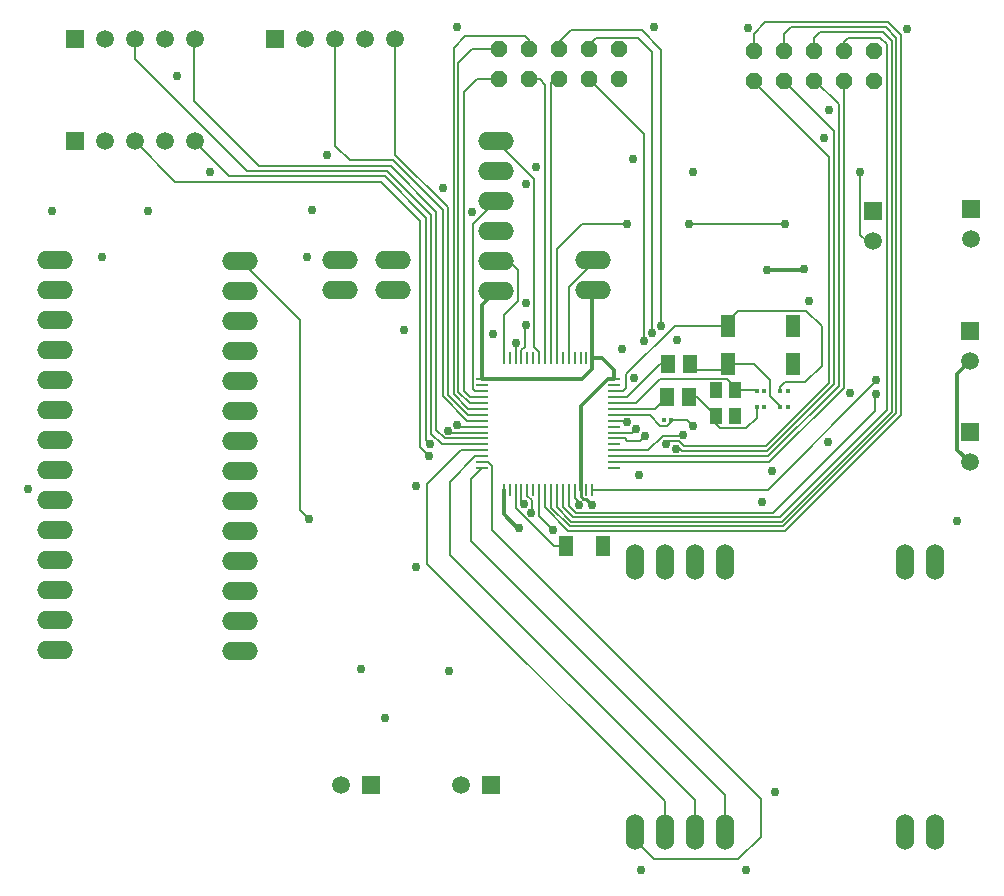
<source format=gbr>
%TF.GenerationSoftware,KiCad,Pcbnew,7.0.1*%
%TF.CreationDate,2023-09-15T11:15:50+09:00*%
%TF.ProjectId,_________,0a070658-9c5f-4cbd-9eef-2e6b69636164,rev?*%
%TF.SameCoordinates,Original*%
%TF.FileFunction,Copper,L2,Bot*%
%TF.FilePolarity,Positive*%
%FSLAX46Y46*%
G04 Gerber Fmt 4.6, Leading zero omitted, Abs format (unit mm)*
G04 Created by KiCad (PCBNEW 7.0.1) date 2023-09-15 11:15:50*
%MOMM*%
%LPD*%
G01*
G04 APERTURE LIST*
G04 Aperture macros list*
%AMOutline5P*
0 Free polygon, 5 corners , with rotation*
0 The origin of the aperture is its center*
0 number of corners: always 5*
0 $1 to $10 corner X, Y*
0 $11 Rotation angle, in degrees counterclockwise*
0 create outline with 5 corners*
4,1,5,$1,$2,$3,$4,$5,$6,$7,$8,$9,$10,$1,$2,$11*%
%AMOutline6P*
0 Free polygon, 6 corners , with rotation*
0 The origin of the aperture is its center*
0 number of corners: always 6*
0 $1 to $12 corner X, Y*
0 $13 Rotation angle, in degrees counterclockwise*
0 create outline with 6 corners*
4,1,6,$1,$2,$3,$4,$5,$6,$7,$8,$9,$10,$11,$12,$1,$2,$13*%
%AMOutline7P*
0 Free polygon, 7 corners , with rotation*
0 The origin of the aperture is its center*
0 number of corners: always 7*
0 $1 to $14 corner X, Y*
0 $15 Rotation angle, in degrees counterclockwise*
0 create outline with 7 corners*
4,1,7,$1,$2,$3,$4,$5,$6,$7,$8,$9,$10,$11,$12,$13,$14,$1,$2,$15*%
%AMOutline8P*
0 Free polygon, 8 corners , with rotation*
0 The origin of the aperture is its center*
0 number of corners: always 8*
0 $1 to $16 corner X, Y*
0 $17 Rotation angle, in degrees counterclockwise*
0 create outline with 8 corners*
4,1,8,$1,$2,$3,$4,$5,$6,$7,$8,$9,$10,$11,$12,$13,$14,$15,$16,$1,$2,$17*%
G04 Aperture macros list end*
%TA.AperFunction,SMDPad,CuDef*%
%ADD10R,0.350000X0.400000*%
%TD*%
%TA.AperFunction,ComponentPad*%
%ADD11R,1.508000X1.508000*%
%TD*%
%TA.AperFunction,ComponentPad*%
%ADD12C,1.508000*%
%TD*%
%TA.AperFunction,SMDPad,CuDef*%
%ADD13R,1.200000X1.700000*%
%TD*%
%TA.AperFunction,ComponentPad*%
%ADD14O,3.048000X1.524000*%
%TD*%
%TA.AperFunction,ComponentPad*%
%ADD15Outline8P,-0.711200X0.294589X-0.294589X0.711200X0.294589X0.711200X0.711200X0.294589X0.711200X-0.294589X0.294589X-0.711200X-0.294589X-0.711200X-0.711200X-0.294589X180.000000*%
%TD*%
%TA.AperFunction,SMDPad,CuDef*%
%ADD16R,1.300000X1.600000*%
%TD*%
%TA.AperFunction,SMDPad,CuDef*%
%ADD17R,0.270000X1.000000*%
%TD*%
%TA.AperFunction,SMDPad,CuDef*%
%ADD18R,1.000000X0.270000*%
%TD*%
%TA.AperFunction,SMDPad,CuDef*%
%ADD19R,1.300000X1.900000*%
%TD*%
%TA.AperFunction,SMDPad,CuDef*%
%ADD20R,1.100000X1.400000*%
%TD*%
%TA.AperFunction,ComponentPad*%
%ADD21O,1.524000X3.048000*%
%TD*%
%TA.AperFunction,ViaPad*%
%ADD22C,0.756400*%
%TD*%
%TA.AperFunction,Conductor*%
%ADD23C,0.200000*%
%TD*%
%TA.AperFunction,Conductor*%
%ADD24C,0.300000*%
%TD*%
%TA.AperFunction,Conductor*%
%ADD25C,0.250000*%
%TD*%
G04 APERTURE END LIST*
D10*
%TO.P,0.1\u03BC,2*%
%TO.N,SGND*%
X162076100Y-102753600D03*
%TO.P,0.1\u03BC,1*%
%TO.N,NRST*%
X162726100Y-102753600D03*
%TD*%
D11*
%TO.P,AZUSA_CTRL,1*%
%TO.N,PGND*%
X137281100Y-133683600D03*
D12*
%TO.P,AZUSA_CTRL,2*%
%TO.N,N$9*%
X134741100Y-133683600D03*
%TD*%
D10*
%TO.P,C1,2*%
%TO.N,N$3*%
X171976100Y-100253600D03*
%TO.P,C1,1*%
%TO.N,SGND*%
X172626100Y-100253600D03*
%TD*%
%TO.P,C2,2*%
%TO.N,N$1*%
X171976100Y-101653600D03*
%TO.P,C2,1*%
%TO.N,SGND*%
X172626100Y-101653600D03*
%TD*%
D13*
%TO.P,C5,2*%
%TO.N,SGND*%
X156981100Y-113383600D03*
%TO.P,C5,1*%
%TO.N,N$2*%
X153781100Y-113383600D03*
%TD*%
D10*
%TO.P,C3,2*%
%TO.N,N$4*%
X169976100Y-100253600D03*
%TO.P,C3,1*%
%TO.N,SGND*%
X170626100Y-100253600D03*
%TD*%
%TO.P,C4,2*%
%TO.N,N$5*%
X169976100Y-101653600D03*
%TO.P,C4,1*%
%TO.N,SGND*%
X170626100Y-101653600D03*
%TD*%
D11*
%TO.P,CTRL,1*%
%TO.N,PGND*%
X147491100Y-133683600D03*
D12*
%TO.P,CTRL,2*%
%TO.N,N$8*%
X144951100Y-133683600D03*
%TD*%
D11*
%TO.P,ENC1,1*%
%TO.N,SGND*%
X112221100Y-79153600D03*
D12*
%TO.P,ENC1,2*%
%TO.N,N/C*%
X114761100Y-79153600D03*
%TO.P,ENC1,3*%
%TO.N,EN1_A*%
X117301100Y-79153600D03*
%TO.P,ENC1,4*%
%TO.N,+5V*%
X119841100Y-79153600D03*
%TO.P,ENC1,5*%
%TO.N,EN1_B*%
X122381100Y-79153600D03*
%TD*%
D11*
%TO.P,ENC2,1*%
%TO.N,SGND*%
X112221100Y-70453600D03*
D12*
%TO.P,ENC2,2*%
%TO.N,N/C*%
X114761100Y-70453600D03*
%TO.P,ENC2,3*%
%TO.N,EN2_A*%
X117301100Y-70453600D03*
%TO.P,ENC2,4*%
%TO.N,+5V*%
X119841100Y-70453600D03*
%TO.P,ENC2,5*%
%TO.N,EN2_B*%
X122381100Y-70453600D03*
%TD*%
D11*
%TO.P,ENC3,1*%
%TO.N,SGND*%
X129221100Y-70453600D03*
D12*
%TO.P,ENC3,2*%
%TO.N,N/C*%
X131761100Y-70453600D03*
%TO.P,ENC3,3*%
%TO.N,EN3_A*%
X134301100Y-70453600D03*
%TO.P,ENC3,4*%
%TO.N,+5V*%
X136841100Y-70453600D03*
%TO.P,ENC3,5*%
%TO.N,EN3_B*%
X139381100Y-70453600D03*
%TD*%
D14*
%TO.P,BOOT,2*%
%TO.N,BOOT0*%
X156066100Y-89230000D03*
%TO.P,BOOT,1*%
%TO.N,+3V3*%
X156066100Y-91770000D03*
%TD*%
%TO.P,ST-LINK,6*%
%TO.N,SWO*%
X147901100Y-79093600D03*
%TO.P,ST-LINK,5*%
%TO.N,NRST*%
X147901100Y-81633600D03*
%TO.P,ST-LINK,4*%
%TO.N,SWDIO*%
X147901100Y-84173600D03*
%TO.P,ST-LINK,3*%
%TO.N,SGND*%
X147901100Y-86713600D03*
%TO.P,ST-LINK,2*%
%TO.N,SWCLK*%
X147901100Y-89253600D03*
%TO.P,ST-LINK,1*%
%TO.N,+3V3*%
X147901100Y-91793600D03*
%TD*%
D15*
%TO.P,ML1,10*%
%TO.N,PWM1*%
X169731100Y-74003600D03*
%TO.P,ML1,9*%
%TO.N,DIR1*%
X169731100Y-71463600D03*
%TO.P,ML1,8*%
%TO.N,PWM2*%
X172271100Y-74003600D03*
%TO.P,ML1,7*%
%TO.N,DIR2*%
X172271100Y-71463600D03*
%TO.P,ML1,6*%
%TO.N,PWM3*%
X174811100Y-74003600D03*
%TO.P,ML1,5*%
%TO.N,DIR3*%
X174811100Y-71463600D03*
%TO.P,ML1,4*%
%TO.N,PWM4*%
X177351100Y-74003600D03*
%TO.P,ML1,3*%
%TO.N,DIR4*%
X177351100Y-71463600D03*
%TO.P,ML1,2*%
%TO.N,+3V3*%
X179891100Y-74003600D03*
%TO.P,ML1,1*%
%TO.N,SGND*%
X179891100Y-71463600D03*
%TD*%
%TO.P,ML2,10*%
%TO.N,LED4*%
X148151100Y-73893600D03*
%TO.P,ML2,9*%
%TO.N,LED5*%
X148151100Y-71353600D03*
%TO.P,ML2,8*%
%TO.N,LED3*%
X150691100Y-73893600D03*
%TO.P,ML2,7*%
%TO.N,LED6*%
X150691100Y-71353600D03*
%TO.P,ML2,6*%
%TO.N,LED2*%
X153231100Y-73893600D03*
%TO.P,ML2,5*%
%TO.N,LED7*%
X153231100Y-71353600D03*
%TO.P,ML2,4*%
%TO.N,LED1*%
X155771100Y-73893600D03*
%TO.P,ML2,3*%
%TO.N,LED8*%
X155771100Y-71353600D03*
%TO.P,ML2,2*%
%TO.N,+5V*%
X158311100Y-73893600D03*
%TO.P,ML2,1*%
%TO.N,SGND*%
X158311100Y-71353600D03*
%TD*%
D16*
%TO.P,R2,2*%
%TO.N,N$1*%
X164351100Y-98033600D03*
%TO.P,R2,1*%
%TO.N,N$7*%
X162451100Y-98033600D03*
%TD*%
%TO.P,R3,2*%
%TO.N,N$5*%
X164251100Y-100823600D03*
%TO.P,R3,1*%
%TO.N,N$6*%
X162351100Y-100823600D03*
%TD*%
D17*
%TO.P,U$1,VDD4*%
%TO.N,+3V3*%
X156051100Y-97453600D03*
%TO.P,U$1,VSS4*%
%TO.N,SGND*%
X155551100Y-97453600D03*
%TO.P,U$1,PB9*%
%TO.N,N/C*%
X155051100Y-97453600D03*
%TO.P,U$1,PB8*%
X154551100Y-97453600D03*
%TO.P,U$1,BOOT0*%
%TO.N,BOOT0*%
X154051100Y-97453600D03*
%TO.P,U$1,PB7*%
%TO.N,N/C*%
X153551100Y-97453600D03*
%TO.P,U$1,PB6*%
%TO.N,PWM2_SERVO*%
X153051100Y-97453600D03*
%TO.P,U$1,PB5*%
%TO.N,LED2*%
X152551100Y-97453600D03*
%TO.P,U$1,PB4*%
%TO.N,LED3*%
X152051100Y-97453600D03*
%TO.P,U$1,PB3*%
%TO.N,SWO*%
X151551100Y-97453600D03*
%TO.P,U$1,PD2*%
%TO.N,N/C*%
X151051100Y-97453600D03*
%TO.P,U$1,PC12*%
X150551100Y-97453600D03*
%TO.P,U$1,PC11*%
%TO.N,UART_RX*%
X150051100Y-97453600D03*
%TO.P,U$1,PC10*%
%TO.N,UART_TX*%
X149551100Y-97453600D03*
%TO.P,U$1,PA15*%
%TO.N,N/C*%
X149051100Y-97453600D03*
%TO.P,U$1,PA14*%
%TO.N,SWCLK*%
X148551100Y-97453600D03*
D18*
%TO.P,U$1,VDD3*%
%TO.N,+3V3*%
X146701100Y-99303600D03*
%TO.P,U$1,VSS3*%
%TO.N,SGND*%
X146701100Y-99803600D03*
%TO.P,U$1,PA13*%
%TO.N,SWDIO*%
X146701100Y-100303600D03*
%TO.P,U$1,PA12*%
%TO.N,LED4*%
X146701100Y-100803600D03*
%TO.P,U$1,PA11*%
%TO.N,LED5*%
X146701100Y-101303600D03*
%TO.P,U$1,PA10*%
%TO.N,LED6*%
X146701100Y-101803600D03*
%TO.P,U$1,PA9*%
%TO.N,EN3_B*%
X146701100Y-102303600D03*
%TO.P,U$1,PA8*%
%TO.N,EN3_A*%
X146701100Y-102803600D03*
%TO.P,U$1,PC9*%
%TO.N,PWM1*%
X146701100Y-103303600D03*
%TO.P,U$1,PC8*%
%TO.N,PWM2*%
X146701100Y-103803600D03*
%TO.P,U$1,PC7*%
%TO.N,EN2_B*%
X146701100Y-104303600D03*
%TO.P,U$1,PC6*%
%TO.N,EN2_A*%
X146701100Y-104803600D03*
%TO.P,U$1,PB15*%
%TO.N,MOSI*%
X146701100Y-105303600D03*
%TO.P,U$1,PB14*%
%TO.N,MISO*%
X146701100Y-105803600D03*
%TO.P,U$1,PB13*%
%TO.N,SCK*%
X146701100Y-106303600D03*
%TO.P,U$1,PB12*%
%TO.N,CS*%
X146701100Y-106803600D03*
D17*
%TO.P,U$1,VDD2*%
%TO.N,+3V3*%
X148551100Y-108653600D03*
%TO.P,U$1,VSS2*%
%TO.N,SGND*%
X149051100Y-108653600D03*
%TO.P,U$1,VCAP_1*%
%TO.N,N$2*%
X149551100Y-108653600D03*
%TO.P,U$1,PA3*%
%TO.N,NO1*%
X156051100Y-108653600D03*
%TO.P,U$1,PB10*%
%TO.N,EN1_B*%
X150051100Y-108653600D03*
%TO.P,U$1,PB2*%
%TO.N,EN1_A*%
X150551100Y-108653600D03*
%TO.P,U$1,PB1*%
%TO.N,N/C*%
X151051100Y-108653600D03*
%TO.P,U$1,PB0*%
%TO.N,PWM1_SERVO*%
X151551100Y-108653600D03*
%TO.P,U$1,PC5*%
%TO.N,DIR1*%
X152051100Y-108653600D03*
%TO.P,U$1,PC4*%
%TO.N,DIR2*%
X152551100Y-108653600D03*
%TO.P,U$1,PA7*%
%TO.N,DIR3*%
X153051100Y-108653600D03*
%TO.P,U$1,PA6*%
%TO.N,DIR4*%
X153551100Y-108653600D03*
%TO.P,U$1,PA5*%
%TO.N,NO2*%
X154051100Y-108653600D03*
%TO.P,U$1,PA4*%
%TO.N,COM_LED*%
X154551100Y-108653600D03*
%TO.P,U$1,VDD1*%
%TO.N,+3V3*%
X155051100Y-108653600D03*
%TO.P,U$1,VSS1*%
%TO.N,SGND*%
X155551100Y-108653600D03*
D18*
%TO.P,U$1,PA2*%
%TO.N,N/C*%
X157901100Y-106803600D03*
%TO.P,U$1,PA1*%
%TO.N,PWM4*%
X157901100Y-106303600D03*
%TO.P,U$1,PA0*%
%TO.N,PWM3*%
X157901100Y-105803600D03*
%TO.P,U$1,VDDA/VREF+*%
%TO.N,N$46*%
X157901100Y-105303600D03*
%TO.P,U$1,VSSA/VREF-*%
%TO.N,SGND*%
X157901100Y-104803600D03*
%TO.P,U$1,PC3*%
%TO.N,LED7*%
X157901100Y-104303600D03*
%TO.P,U$1,PC2*%
%TO.N,LED8*%
X157901100Y-103803600D03*
%TO.P,U$1,PC1*%
%TO.N,N/C*%
X157901100Y-103303600D03*
%TO.P,U$1,PC13*%
X157901100Y-99803600D03*
%TO.P,U$1,PC14-OSC32_IN*%
%TO.N,N$3*%
X157901100Y-100303600D03*
%TO.P,U$1,PC15-OSC32_OUT*%
%TO.N,N$7*%
X157901100Y-100803600D03*
%TO.P,U$1,PH0-OSC_IN*%
%TO.N,N$4*%
X157901100Y-101303600D03*
%TO.P,U$1,PH1-OSC_OUT*%
%TO.N,N$6*%
X157901100Y-101803600D03*
%TO.P,U$1,NRST*%
%TO.N,NRST*%
X157901100Y-102303600D03*
%TO.P,U$1,PC0*%
%TO.N,LED1*%
X157901100Y-102803600D03*
%TO.P,U$1,VBAT*%
%TO.N,+3V3*%
X157901100Y-99303600D03*
%TD*%
D19*
%TO.P,X1,4*%
%TO.N,N$1*%
X167551100Y-97983600D03*
%TO.P,X1,3*%
%TO.N,N/C*%
X173051100Y-97983600D03*
%TO.P,X1,2*%
X173051100Y-94783600D03*
%TO.P,X1,1*%
%TO.N,N$3*%
X167551100Y-94783600D03*
%TD*%
D20*
%TO.P,X2,3*%
%TO.N,N$5*%
X166501100Y-102423600D03*
%TO.P,X2,4*%
%TO.N,SGND*%
X166501100Y-100223600D03*
%TO.P,X2,2*%
X168101100Y-102423600D03*
%TO.P,X2,1*%
%TO.N,N$4*%
X168101100Y-100223600D03*
%TD*%
D14*
%TO.P,TWE_LEFT,14*%
%TO.N,N/C*%
X110539100Y-122242600D03*
%TO.P,TWE_LEFT,13*%
X110539100Y-119702600D03*
%TO.P,TWE_LEFT,12*%
X110539100Y-117162600D03*
%TO.P,TWE_LEFT,11*%
X110539100Y-114622600D03*
%TO.P,TWE_LEFT,10*%
%TO.N,RX*%
X110539100Y-112082600D03*
%TO.P,TWE_LEFT,9*%
%TO.N,N/C*%
X110539100Y-109542600D03*
%TO.P,TWE_LEFT,8*%
X110539100Y-107002600D03*
%TO.P,TWE_LEFT,7*%
X110539100Y-104462600D03*
%TO.P,TWE_LEFT,6*%
X110539100Y-101922600D03*
%TO.P,TWE_LEFT,5*%
X110539100Y-99382600D03*
%TO.P,TWE_LEFT,4*%
X110539100Y-96842600D03*
%TO.P,TWE_LEFT,3*%
%TO.N,TX*%
X110539100Y-94302600D03*
%TO.P,TWE_LEFT,2*%
%TO.N,N/C*%
X110539100Y-91762600D03*
%TO.P,TWE_LEFT,1*%
%TO.N,SGND*%
X110539100Y-89222600D03*
%TD*%
%TO.P,TWE_RIGHT,14*%
%TO.N,COM_LED2*%
X126191100Y-122263600D03*
%TO.P,TWE_RIGHT,13*%
%TO.N,N/C*%
X126191100Y-119723600D03*
%TO.P,TWE_RIGHT,12*%
X126191100Y-117183600D03*
%TO.P,TWE_RIGHT,11*%
X126191100Y-114643600D03*
%TO.P,TWE_RIGHT,10*%
X126191100Y-112103600D03*
%TO.P,TWE_RIGHT,9*%
X126191100Y-109563600D03*
%TO.P,TWE_RIGHT,8*%
X126191100Y-107023600D03*
%TO.P,TWE_RIGHT,7*%
X126191100Y-104483600D03*
%TO.P,TWE_RIGHT,6*%
X126191100Y-101943600D03*
%TO.P,TWE_RIGHT,5*%
X126191100Y-99403600D03*
%TO.P,TWE_RIGHT,4*%
X126191100Y-96863600D03*
%TO.P,TWE_RIGHT,3*%
X126191100Y-94323600D03*
%TO.P,TWE_RIGHT,2*%
X126191100Y-91783600D03*
%TO.P,TWE_RIGHT,1*%
%TO.N,+3V3*%
X126191100Y-89243600D03*
%TD*%
%TO.P,PIN_SOCKET1,2*%
%TO.N,RX*%
X139181100Y-89203600D03*
%TO.P,PIN_SOCKET1,1*%
%TO.N,UART_RX*%
X139181100Y-91743600D03*
%TD*%
%TO.P,PIN_SOCKET2,2*%
%TO.N,TX*%
X134711100Y-89203600D03*
%TO.P,PIN_SOCKET2,1*%
%TO.N,UART_TX*%
X134711100Y-91743600D03*
%TD*%
D11*
%TO.P,DOWN,1*%
%TO.N,NO2*%
X188001100Y-103783600D03*
D12*
%TO.P,DOWN,2*%
%TO.N,+3V3*%
X188001100Y-106323600D03*
%TD*%
D11*
%TO.P,UP,1*%
%TO.N,NO1*%
X188001100Y-95183600D03*
D12*
%TO.P,UP,2*%
%TO.N,+3V3*%
X188001100Y-97723600D03*
%TD*%
D21*
%TO.P,LEFT_U,2*%
%TO.N,SGND*%
X182512100Y-114760600D03*
%TO.P,LEFT_U,1*%
X185052100Y-114760600D03*
%TD*%
%TO.P,RIGHT_U,2*%
%TO.N,SGND*%
X182524100Y-137611600D03*
%TO.P,RIGHT_U,1*%
X185064100Y-137611600D03*
%TD*%
%TO.P,LEFT_D,4*%
%TO.N,+5V*%
X159681100Y-114738600D03*
%TO.P,LEFT_D,3*%
%TO.N,COM_LED*%
X162221100Y-114738600D03*
%TO.P,LEFT_D,2*%
%TO.N,N/C*%
X164761100Y-114738600D03*
%TO.P,LEFT_D,1*%
%TO.N,SGND*%
X167301100Y-114738600D03*
%TD*%
%TO.P,RIGHT_D,4*%
%TO.N,SCK*%
X159652100Y-137596600D03*
%TO.P,RIGHT_D,3*%
%TO.N,MOSI*%
X162192100Y-137596600D03*
%TO.P,RIGHT_D,2*%
%TO.N,MISO*%
X164732100Y-137596600D03*
%TO.P,RIGHT_D,1*%
%TO.N,CS*%
X167272100Y-137596600D03*
%TD*%
D11*
%TO.P,AZUSA_CON1,1*%
%TO.N,SGND*%
X188101100Y-84883600D03*
D12*
%TO.P,AZUSA_CON1,2*%
%TO.N,PWM1_SERVO*%
X188101100Y-87423600D03*
%TD*%
D11*
%TO.P,AZUSA_CON2,1*%
%TO.N,SGND*%
X179801100Y-85083600D03*
D12*
%TO.P,AZUSA_CON2,2*%
%TO.N,PWM2_SERVO*%
X179801100Y-87623600D03*
%TD*%
D22*
%TO.N,SGND*%
X133550000Y-80300000D03*
%TO.N,PWM1_SERVO*%
X152701100Y-112053600D03*
%TO.N,PWM2_SERVO*%
X178701100Y-81744800D03*
X172401100Y-86153600D03*
X164201100Y-86153600D03*
X159001100Y-86153600D03*
%TO.N,N$46*%
X163726100Y-103996600D03*
%TO.N,NO1*%
X180101100Y-99353600D03*
%TO.N,NO2*%
X180101100Y-100553600D03*
%TO.N,PWM1*%
X162246462Y-104742400D03*
X144601100Y-103153600D03*
%TO.N,LED8*%
X161131700Y-95353600D03*
X159712481Y-103483982D03*
%TO.N,LED7*%
X161901100Y-94753600D03*
X160488100Y-104070600D03*
%TO.N,LED1*%
X160401100Y-96053600D03*
X158966937Y-102934200D03*
%TO.N,+3V3*%
X173995787Y-89992200D03*
X170801100Y-90053600D03*
X132101100Y-111153600D03*
X149801100Y-111853600D03*
X156001100Y-109953600D03*
%TO.N,UART_RX*%
X150401100Y-94653600D03*
%TO.N,UART_TX*%
X149554700Y-96253600D03*
%TO.N,COM_LED*%
X154891100Y-109950600D03*
%TO.N,PWM2*%
X163101100Y-105173000D03*
X143801100Y-103673000D03*
%TO.N,EN1_B*%
X150251700Y-109854582D03*
X142301100Y-104753600D03*
%TO.N,EN1_A*%
X150894100Y-110570600D03*
X142201100Y-105753600D03*
%TO.N,SGND*%
X175998815Y-104598561D03*
X158601100Y-96753600D03*
X160001100Y-107353600D03*
X159500000Y-80600000D03*
X186950000Y-111250000D03*
X108301100Y-108553600D03*
X169101100Y-140853600D03*
X160201100Y-140853600D03*
X171501100Y-134253600D03*
X141101100Y-108353600D03*
X141101100Y-115153600D03*
X132301100Y-84953600D03*
X169201100Y-69553600D03*
X170401100Y-109653600D03*
X143401100Y-83053600D03*
X182701100Y-69653600D03*
X161301100Y-69453600D03*
X131901100Y-88953600D03*
X140101100Y-95153600D03*
X147601100Y-95453600D03*
X110301100Y-85053600D03*
X114500000Y-88900000D03*
X118401100Y-85053600D03*
X171301100Y-107053600D03*
X177901100Y-100453600D03*
X163201100Y-95953600D03*
X150401100Y-82753600D03*
X151301100Y-81353600D03*
X150401100Y-92853600D03*
X145901100Y-85153600D03*
X138501100Y-127953600D03*
X136501100Y-123853600D03*
X143901100Y-123953600D03*
X123701100Y-81753600D03*
X144601100Y-69453600D03*
X159600000Y-99200000D03*
X175701100Y-78853600D03*
X176101100Y-76453600D03*
X120901100Y-73653600D03*
X174401100Y-92653600D03*
X164601100Y-81753600D03*
%TO.N,NRST*%
X164536250Y-103263750D03*
%TD*%
D23*
%TO.N,PWM2_SERVO*%
X172401100Y-86153600D02*
X164201100Y-86153600D01*
%TO.N,NO2*%
X154052700Y-108655200D02*
X154052700Y-110038957D01*
X154051100Y-108653600D02*
X154052700Y-108655200D01*
X154052700Y-110038957D02*
X154652343Y-110638600D01*
X171316100Y-110638600D02*
X180001100Y-101953600D01*
X154652343Y-110638600D02*
X171316100Y-110638600D01*
X180001100Y-100653600D02*
X180001100Y-101953600D01*
X180101100Y-100553600D02*
X180001100Y-100653600D01*
%TO.N,PWM2_SERVO*%
X155177518Y-86153600D02*
X159001100Y-86153600D01*
X153063700Y-97441000D02*
X153063700Y-88267419D01*
X153063700Y-88267419D02*
X155177518Y-86153600D01*
X153051100Y-97453600D02*
X153063700Y-97441000D01*
%TO.N,NRST*%
X164026100Y-102753600D02*
X162726100Y-102753600D01*
X164536250Y-103263750D02*
X164026100Y-102753600D01*
%TO.N,DIR2*%
X172271100Y-70044400D02*
X172271100Y-71463600D01*
X172831500Y-69484000D02*
X172271100Y-70044400D01*
X180893612Y-69484000D02*
X172831500Y-69484000D01*
X181801100Y-70391488D02*
X180893612Y-69484000D01*
X181801100Y-102151968D02*
X181801100Y-70391488D01*
X172223468Y-111729600D02*
X181801100Y-102151968D01*
X152551100Y-110147863D02*
X154132837Y-111729600D01*
X154132837Y-111729600D02*
X172223468Y-111729600D01*
X152551100Y-108653600D02*
X152551100Y-110147863D01*
%TO.N,PWM1_SERVO*%
X151551100Y-108653600D02*
X151551100Y-110903600D01*
X151551100Y-110903600D02*
X152701100Y-112053600D01*
%TO.N,PWM2_SERVO*%
X178701100Y-81744800D02*
X178701100Y-87048550D01*
X179276150Y-87623600D02*
X178701100Y-87048550D01*
X179801100Y-87623600D02*
X179276150Y-87623600D01*
%TO.N,N$46*%
X163662100Y-104060600D02*
X162017906Y-104060600D01*
X163726100Y-103996600D02*
X163662100Y-104060600D01*
X160787506Y-105291000D02*
X162017906Y-104060600D01*
X157913700Y-105291000D02*
X160787506Y-105291000D01*
X157901100Y-105303600D02*
X157913700Y-105291000D01*
%TO.N,NO1*%
X170901100Y-108653600D02*
X180101100Y-99453600D01*
X180101100Y-99453600D02*
X180101100Y-99353600D01*
X156051100Y-108653600D02*
X170901100Y-108653600D01*
%TO.N,PWM1*%
X170712300Y-104942400D02*
X163772306Y-104942400D01*
X176080100Y-99574600D02*
X170712300Y-104942400D01*
X163372306Y-104542400D02*
X163772306Y-104942400D01*
X162646462Y-104542400D02*
X163372306Y-104542400D01*
X162246462Y-104742400D02*
X162446462Y-104742400D01*
X162646462Y-104542400D02*
X162446462Y-104742400D01*
X144751100Y-103303600D02*
X144601100Y-103153600D01*
X146701100Y-103303600D02*
X144751100Y-103303600D01*
X169731100Y-74003600D02*
X169731100Y-74129600D01*
X176080100Y-80478600D02*
X169731100Y-74129600D01*
X176080100Y-80478600D02*
X176080100Y-99574600D01*
%TO.N,PWM4*%
X177345900Y-74988800D02*
X177345900Y-100007175D01*
X177351100Y-74983600D02*
X177345900Y-74988800D01*
X177351100Y-74003600D02*
X177351100Y-74983600D01*
X171049475Y-106303600D02*
X157901100Y-106303600D01*
X177345900Y-100007175D02*
X171049475Y-106303600D01*
%TO.N,LED8*%
X161131700Y-71584200D02*
X159901100Y-70353600D01*
X161131700Y-95353600D02*
X161131700Y-71584200D01*
X159388462Y-103808000D02*
X159712481Y-103483982D01*
X159388462Y-103808000D02*
X157905500Y-103808000D01*
X157901100Y-103803600D02*
X157905500Y-103808000D01*
X155771100Y-70983600D02*
X156401100Y-70353600D01*
X155771100Y-71353600D02*
X155771100Y-70983600D01*
X159901100Y-70353600D02*
X156401100Y-70353600D01*
%TO.N,LED7*%
X160227356Y-69748800D02*
X161901100Y-71422544D01*
X161901100Y-71422544D02*
X161901100Y-94753600D01*
X160055100Y-104503600D02*
X159001100Y-104503600D01*
X160055100Y-104503600D02*
X160488100Y-104070600D01*
X157901100Y-104303600D02*
X158801100Y-104303600D01*
X159001100Y-104503600D02*
X158801100Y-104303600D01*
X153231100Y-70723600D02*
X153231100Y-71353600D01*
X154205900Y-69748800D02*
X153231100Y-70723600D01*
X160227356Y-69748800D02*
X154205900Y-69748800D01*
%TO.N,LED6*%
X150391100Y-70253600D02*
X145301100Y-70253600D01*
X150691100Y-70553600D02*
X150391100Y-70253600D01*
X150691100Y-71353600D02*
X150691100Y-70553600D01*
X145301100Y-70253600D02*
X144301100Y-71253600D01*
X144301100Y-100553600D02*
X144301100Y-71253600D01*
X145551100Y-101803600D02*
X144301100Y-100553600D01*
X146701100Y-101803600D02*
X145551100Y-101803600D01*
%TO.N,LED5*%
X145851100Y-71353600D02*
X148151100Y-71353600D01*
X145851100Y-71353600D02*
X144701100Y-72503600D01*
X144701100Y-100353600D02*
X144701100Y-72503600D01*
X145651100Y-101303600D02*
X144701100Y-100353600D01*
X146701100Y-101303600D02*
X145651100Y-101303600D01*
%TO.N,LED4*%
X145709150Y-100803600D02*
X145153500Y-100247950D01*
X146701100Y-100803600D02*
X145709150Y-100803600D01*
X145153500Y-100247950D02*
X145153500Y-74991200D01*
X146251100Y-73893600D02*
X148151100Y-73893600D01*
X146251100Y-73893600D02*
X145153500Y-74991200D01*
%TO.N,LED3*%
X151591100Y-73893600D02*
X150691100Y-73893600D01*
X152051100Y-74353600D02*
X151591100Y-73893600D01*
X152051100Y-97453600D02*
X152051100Y-74353600D01*
%TO.N,LED2*%
X152551100Y-74173600D02*
X152551100Y-97453600D01*
X152831100Y-73893600D02*
X152551100Y-74173600D01*
X153231100Y-73893600D02*
X152831100Y-73893600D01*
%TO.N,LED1*%
X160401100Y-78523600D02*
X155771100Y-73893600D01*
X160401100Y-96053600D02*
X160401100Y-78523600D01*
X158836337Y-102803600D02*
X158966937Y-102934200D01*
X157901100Y-102803600D02*
X158836337Y-102803600D01*
D24*
%TO.N,+3V3*%
X157338443Y-99303600D02*
X155051100Y-101590944D01*
X155051100Y-101590944D02*
X155051100Y-108653600D01*
D25*
X155051100Y-109180900D02*
X155051100Y-108653600D01*
X155301200Y-109431000D02*
X155051100Y-109180900D01*
X155478500Y-109431000D02*
X155301200Y-109431000D01*
X156001100Y-109953600D02*
X155478500Y-109431000D01*
D24*
X173934387Y-90053600D02*
X173995787Y-89992200D01*
X170801100Y-90053600D02*
X173934387Y-90053600D01*
X157338443Y-99303600D02*
X157901100Y-99303600D01*
X156051100Y-98416257D02*
X155163756Y-99303600D01*
X156051100Y-97453600D02*
X156051100Y-98416257D01*
X157901100Y-98503600D02*
X157901100Y-99303600D01*
X156051100Y-97453600D02*
X156851100Y-97453600D01*
X157901100Y-98503600D02*
X156851100Y-97453600D01*
X156051100Y-92016600D02*
X156066100Y-92001600D01*
X156051100Y-97453600D02*
X156051100Y-92016600D01*
X155163756Y-99303600D02*
X146701100Y-99303600D01*
D23*
X131291100Y-110343600D02*
X131291100Y-94243600D01*
X132101100Y-111153600D02*
X131291100Y-110343600D01*
D24*
X149701100Y-111853600D02*
X148551100Y-110703600D01*
X149801100Y-111853600D02*
X149701100Y-111853600D01*
X148551100Y-108653600D02*
X148551100Y-110703600D01*
X186944700Y-98804344D02*
X188001100Y-97747944D01*
X188001100Y-106319257D02*
X186944700Y-105262857D01*
X188001100Y-97747944D02*
X188001100Y-97723600D01*
X188001100Y-106323600D02*
X188001100Y-106319257D01*
X186944700Y-105262857D02*
X186944700Y-98804344D01*
D23*
X126191100Y-89243600D02*
X126291100Y-89243600D01*
X131291100Y-94243600D02*
X126291100Y-89243600D01*
D24*
X146701100Y-92993600D02*
X146701100Y-99303600D01*
X147901100Y-91793600D02*
X146701100Y-92993600D01*
D23*
%TO.N,UART_RX*%
X150051100Y-97453600D02*
X150051100Y-96853600D01*
X150351100Y-96553600D02*
X150051100Y-96853600D01*
X150351100Y-94703600D02*
X150351100Y-96553600D01*
X150401100Y-94653600D02*
X150351100Y-94703600D01*
%TO.N,UART_TX*%
X149553500Y-96254800D02*
X149553500Y-97451200D01*
X149554700Y-96253600D02*
X149553500Y-96254800D01*
X149551100Y-97453600D02*
X149553500Y-97451200D01*
%TO.N,COM_LED*%
X154891100Y-109685550D02*
X154546700Y-109341150D01*
X154891100Y-109950600D02*
X154891100Y-109685550D01*
X154546700Y-108658000D02*
X154546700Y-109341150D01*
X154551100Y-108653600D02*
X154546700Y-108658000D01*
%TO.N,SWDIO*%
X147901100Y-84173600D02*
X145934100Y-86140600D01*
X146138100Y-100303600D02*
X145934100Y-100099600D01*
X146138100Y-100303600D02*
X146701100Y-100303600D01*
X145934100Y-86140600D02*
X145934100Y-100099600D01*
%TO.N,SWO*%
X151551100Y-96953600D02*
X151151100Y-96553600D01*
X151551100Y-97453600D02*
X151551100Y-96953600D01*
X151151100Y-82343600D02*
X151151100Y-96553600D01*
X151151100Y-82343600D02*
X147901100Y-79093600D01*
%TO.N,SWCLK*%
X149751100Y-90003600D02*
X149751100Y-92653600D01*
X149751100Y-90003600D02*
X149001100Y-89253600D01*
X147901100Y-89253600D02*
X149001100Y-89253600D01*
X148551100Y-93853600D02*
X148551100Y-97453600D01*
X149751100Y-92653600D02*
X148551100Y-93853600D01*
%TO.N,PWM3*%
X170951100Y-105803600D02*
X157901100Y-105803600D01*
X176901100Y-99853600D02*
X170951100Y-105803600D01*
X176901100Y-76022544D02*
X176901100Y-99853600D01*
X174882156Y-74003600D02*
X176901100Y-76022544D01*
X174811100Y-74003600D02*
X174882156Y-74003600D01*
%TO.N,PWM2*%
X163601100Y-105373000D02*
X170812756Y-105373000D01*
X163376100Y-105148000D02*
X163126100Y-105148000D01*
X163101100Y-105173000D02*
X163126100Y-105148000D01*
X163601100Y-105373000D02*
X163376100Y-105148000D01*
X143931700Y-103803600D02*
X143801100Y-103673000D01*
X146701100Y-103803600D02*
X143931700Y-103803600D01*
X172271100Y-74003600D02*
X176501100Y-78233600D01*
X170812756Y-105373000D02*
X176501100Y-99684657D01*
X176501100Y-78233600D02*
X176501100Y-99684657D01*
%TO.N,EN1_B*%
X150051100Y-109653982D02*
X150251700Y-109854582D01*
X150051100Y-108653600D02*
X150051100Y-109653982D01*
X141948700Y-85601200D02*
X138458300Y-82110800D01*
X122381100Y-79153600D02*
X122381100Y-79163032D01*
X125328868Y-82110800D02*
X122381100Y-79163032D01*
X138458300Y-82110800D02*
X125328868Y-82110800D01*
X141948700Y-85601200D02*
X141948700Y-104401200D01*
X142301100Y-104753600D02*
X141948700Y-104401200D01*
%TO.N,EN1_A*%
X150553700Y-109148150D02*
X150901100Y-109495550D01*
X150901100Y-110563600D02*
X150894100Y-110570600D01*
X150901100Y-109495550D02*
X150901100Y-110563600D01*
X150553700Y-108656200D02*
X150553700Y-109148150D01*
X150551100Y-108653600D02*
X150553700Y-108656200D01*
X117318093Y-79153600D02*
X117301100Y-79153600D01*
X120721693Y-82557200D02*
X117318093Y-79153600D01*
X138195100Y-82557200D02*
X120721693Y-82557200D01*
X141496300Y-85858400D02*
X138195100Y-82557200D01*
X142201100Y-105753600D02*
X141496300Y-105048800D01*
X141496300Y-85858400D02*
X141496300Y-105048800D01*
%TO.N,EN3_B*%
X145497100Y-102303600D02*
X143835100Y-100641600D01*
X146701100Y-102303600D02*
X145497100Y-102303600D01*
X139381100Y-70453600D02*
X139381100Y-80283600D01*
X143835100Y-84737600D02*
X139381100Y-80283600D01*
X143835100Y-100641600D02*
X143835100Y-84737600D01*
%TO.N,EN3_A*%
X143401100Y-100732600D02*
X145472100Y-102803600D01*
X145472100Y-102803600D02*
X146701100Y-102803600D01*
X134301100Y-79553600D02*
X134301100Y-70453600D01*
X135501100Y-80753600D02*
X134301100Y-79553600D01*
X139201100Y-80753600D02*
X135501100Y-80753600D01*
X143401100Y-84953600D02*
X139201100Y-80753600D01*
X143401100Y-100732600D02*
X143401100Y-84953600D01*
%TO.N,EN2_B*%
X146701100Y-104303600D02*
X143539100Y-104303600D01*
X143539100Y-104303600D02*
X142850100Y-103614600D01*
X122301100Y-70533600D02*
X122301100Y-75753600D01*
X122381100Y-70453600D02*
X122301100Y-70533600D01*
X127801100Y-81253600D02*
X122301100Y-75753600D01*
X139001100Y-81253600D02*
X127801100Y-81253600D01*
X142850100Y-85102600D02*
X139001100Y-81253600D01*
X142850100Y-103614600D02*
X142850100Y-85102600D01*
%TO.N,EN2_A*%
X142401100Y-103887600D02*
X143317100Y-104803600D01*
X143317100Y-104803600D02*
X146701100Y-104803600D01*
X142401100Y-85353600D02*
X138705900Y-81658400D01*
X117301100Y-72153600D02*
X117301100Y-70453600D01*
X126805900Y-81658400D02*
X117301100Y-72153600D01*
X138705900Y-81658400D02*
X126805900Y-81658400D01*
X142401100Y-85353600D02*
X142401100Y-103887600D01*
%TO.N,N$7*%
X161751100Y-98033600D02*
X158981100Y-100803600D01*
X161751100Y-98033600D02*
X162451100Y-98033600D01*
X157901100Y-100803600D02*
X158981100Y-100803600D01*
%TO.N,N$6*%
X161371100Y-101803600D02*
X162351100Y-100823600D01*
X157901100Y-101803600D02*
X161371100Y-101803600D01*
%TO.N,N$5*%
X169076100Y-103453600D02*
X169976100Y-102553600D01*
X166501100Y-103053600D02*
X166501100Y-102423600D01*
X166901100Y-103453600D02*
X166501100Y-103053600D01*
X166901100Y-103453600D02*
X169076100Y-103453600D01*
X169976100Y-102553600D02*
X169976100Y-101653600D01*
X164901100Y-100823600D02*
X166501100Y-102423600D01*
X164251100Y-100823600D02*
X164901100Y-100823600D01*
%TO.N,N$4*%
X168101100Y-100223600D02*
X169946100Y-100223600D01*
X169976100Y-100253600D02*
X169946100Y-100223600D01*
X168101100Y-99923600D02*
X167431100Y-99253600D01*
X168101100Y-99923600D02*
X168101100Y-100223600D01*
X161801100Y-99253600D02*
X167431100Y-99253600D01*
X159751100Y-101303600D02*
X161801100Y-99253600D01*
X157901100Y-101303600D02*
X159751100Y-101303600D01*
%TO.N,N$3*%
X171976100Y-99953600D02*
X171976100Y-100253600D01*
X172376100Y-99553600D02*
X171976100Y-99953600D01*
X174076100Y-99553600D02*
X172376100Y-99553600D01*
X175476100Y-98153600D02*
X174076100Y-99553600D01*
X175476100Y-94808600D02*
X175476100Y-98153600D01*
X167551100Y-94783600D02*
X167551100Y-94283600D01*
X168351100Y-93483600D02*
X167551100Y-94283600D01*
X174151100Y-93483600D02*
X168351100Y-93483600D01*
X175476100Y-94808600D02*
X174151100Y-93483600D01*
X163027812Y-94783600D02*
X167551100Y-94783600D01*
X158929700Y-98881713D02*
X163027812Y-94783600D01*
X158929700Y-100033288D02*
X158929700Y-98881713D01*
X158659787Y-100303200D02*
X158929700Y-100033288D01*
X158659787Y-100303200D02*
X157901500Y-100303200D01*
X157901100Y-100303600D02*
X157901500Y-100303200D01*
%TO.N,N$1*%
X167551100Y-97983600D02*
X169731100Y-97983600D01*
X171101100Y-99353600D02*
X169731100Y-97983600D01*
X171976100Y-101553600D02*
X171101100Y-100678600D01*
X171976100Y-101653600D02*
X171976100Y-101553600D01*
X171101100Y-99353600D02*
X171101100Y-100678600D01*
X167551100Y-97983600D02*
X166996100Y-98538600D01*
X164351100Y-98033600D02*
X164856100Y-98538600D01*
X166996100Y-98538600D02*
X164856100Y-98538600D01*
%TO.N,CS*%
X145801100Y-113003600D02*
X167272100Y-134474600D01*
X167272100Y-134474600D02*
X167272100Y-137596600D01*
X145801100Y-107703600D02*
X145801100Y-113003600D01*
X146701100Y-106803600D02*
X145801100Y-107703600D01*
%TO.N,DIR1*%
X152051100Y-110146238D02*
X154022262Y-112117400D01*
X152051100Y-108653600D02*
X152051100Y-110146238D01*
X154022262Y-112117400D02*
X172386300Y-112117400D01*
X152051100Y-108653600D02*
X152051700Y-108654200D01*
X182205900Y-102297800D02*
X182205900Y-70165232D01*
X169731100Y-70023600D02*
X169731100Y-71463600D01*
X170705900Y-69048800D02*
X169731100Y-70023600D01*
X182205900Y-70165232D02*
X181089468Y-69048800D01*
X181089468Y-69048800D02*
X170705900Y-69048800D01*
X172386300Y-112117400D02*
X182205900Y-102297800D01*
%TO.N,DIR3*%
X172104900Y-111349800D02*
X154255350Y-111349800D01*
X153051100Y-110145550D02*
X153051100Y-108653600D01*
X154255350Y-111349800D02*
X153051100Y-110145550D01*
X174811100Y-70363600D02*
X174811100Y-71463600D01*
X175325900Y-69848800D02*
X174811100Y-70363600D01*
X181401100Y-70622544D02*
X180627356Y-69848800D01*
X181401100Y-102053600D02*
X181401100Y-70622544D01*
X180627356Y-69848800D02*
X175325900Y-69848800D01*
X181401100Y-102053600D02*
X172104900Y-111349800D01*
%TO.N,DIR4*%
X171902700Y-110991000D02*
X154396550Y-110991000D01*
X153551100Y-110145550D02*
X153551100Y-108653600D01*
X154396550Y-110991000D02*
X153551100Y-110145550D01*
X181009100Y-101884600D02*
X171902700Y-110991000D01*
X177351100Y-70703600D02*
X177351100Y-71463600D01*
X177701100Y-70353600D02*
X177351100Y-70703600D01*
X180421100Y-70353600D02*
X177701100Y-70353600D01*
X181009100Y-70941600D02*
X180421100Y-70353600D01*
X181009100Y-101884600D02*
X181009100Y-70941600D01*
%TO.N,N$2*%
X149551100Y-110153600D02*
X149551100Y-108653600D01*
X152781100Y-113383600D02*
X149551100Y-110153600D01*
X153781100Y-113383600D02*
X152781100Y-113383600D01*
%TO.N,MOSI*%
X162192100Y-135019650D02*
X142067700Y-114895250D01*
X162192100Y-137596600D02*
X162192100Y-135019650D01*
X142067700Y-108178713D02*
X144946412Y-105300000D01*
X142067700Y-114895250D02*
X142067700Y-108178713D01*
X146697500Y-105300000D02*
X144946412Y-105300000D01*
X146701100Y-105303600D02*
X146697500Y-105300000D01*
%TO.N,MISO*%
X164732100Y-134923944D02*
X143972500Y-114164344D01*
X164732100Y-137596600D02*
X164732100Y-134923944D01*
X143972500Y-114164344D02*
X143972500Y-107973913D01*
X146697500Y-105800000D02*
X146146412Y-105800000D01*
X146701100Y-105803600D02*
X146697500Y-105800000D01*
X143972500Y-107973913D02*
X146146412Y-105800000D01*
%TO.N,SCK*%
X147193050Y-106303600D02*
X147547500Y-106658050D01*
X146701100Y-106303600D02*
X147193050Y-106303600D01*
X159652100Y-138288600D02*
X159652100Y-137596600D01*
X161301100Y-139937600D02*
X159652100Y-138288600D01*
X168417100Y-139937600D02*
X161301100Y-139937600D01*
X170301100Y-138053600D02*
X168417100Y-139937600D01*
X147547500Y-112086807D02*
X170301100Y-134840407D01*
X147547500Y-106658050D02*
X147547500Y-112086807D01*
X170301100Y-134840407D02*
X170301100Y-138053600D01*
%TO.N,NRST*%
X162726100Y-102883400D02*
X162403500Y-103206000D01*
X162726100Y-102753600D02*
X162726100Y-102883400D01*
X160894300Y-102303600D02*
X161796700Y-103206000D01*
X161796700Y-103206000D02*
X162403500Y-103206000D01*
X157901100Y-102303600D02*
X160894300Y-102303600D01*
%TO.N,BOOT0*%
X156066100Y-89480313D02*
X154053500Y-91492913D01*
X156066100Y-89461600D02*
X156066100Y-89480313D01*
X154053500Y-97451200D02*
X154053500Y-91492913D01*
X154051100Y-97453600D02*
X154053500Y-97451200D01*
%TD*%
M02*

</source>
